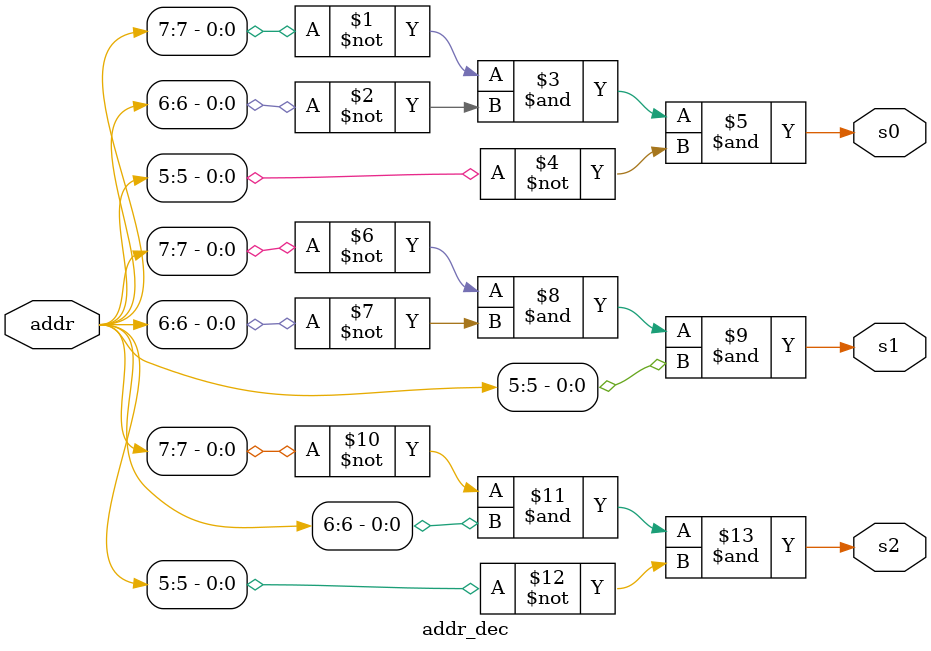
<source format=v>

module addr_dec(addr,s0,s1,s2); //module of Address decoder
	input [7:0] addr; //input address
	output s0,s1,s2; //output selection
	
	assign s0=(~addr[7])&(~addr[6])&(~addr[5]); //0x00~0x1F
	assign s1=(~addr[7])&(~addr[6])&(addr[5]); //0x20~0x3F
	assign s2=(~addr[7])&(addr[6])&(~addr[5]); //0x40~0x5F
endmodule //End of module;
</source>
